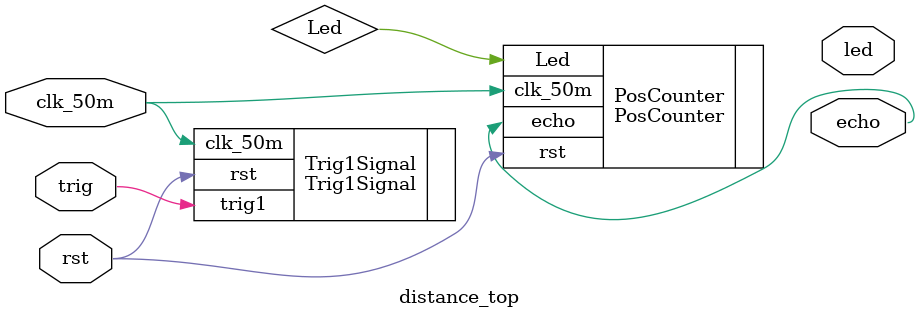
<source format=v>
module distance_top(
   input  clk_50m,
   input  rst,
   input  trig,
   output echo,
   output led
);


PosCounter PosCounter(
        .rst(rst),
        .echo(echo),
        .Led(Led),
        .clk_50m(clk_50m)
);


Trig1Signal Trig1Signal (
      .clk_50m(clk_50m),
      .rst (rst),
      .trig1(trig)
);

endmodule
</source>
